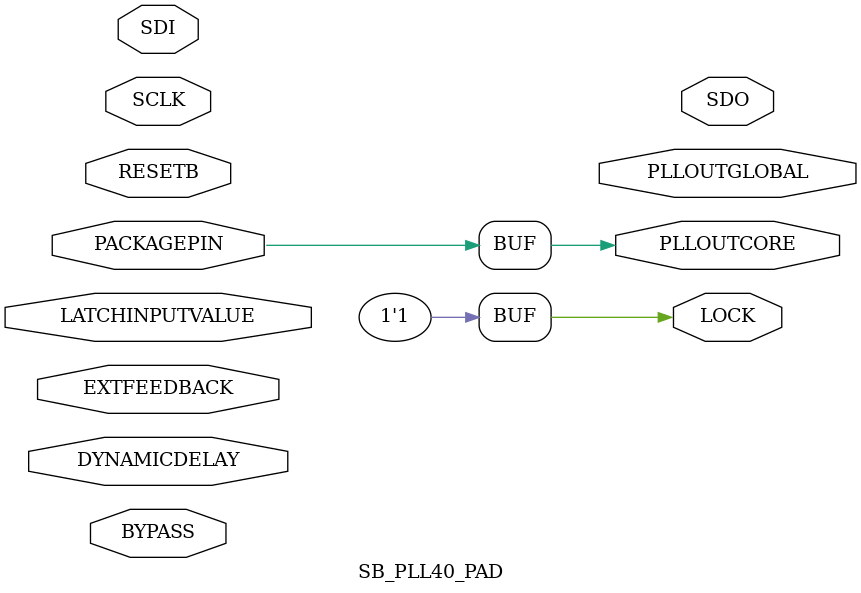
<source format=v>
module SB_PLL40_PAD (
	input   PACKAGEPIN,
	output  PLLOUTCORE,
	output  PLLOUTGLOBAL,
	input   EXTFEEDBACK,
	input   [7:0] DYNAMICDELAY,
	output  LOCK,
	input   BYPASS,
	input   RESETB,
	input   LATCHINPUTVALUE,
	output  SDO,
	input   SDI,
	input   SCLK
);
	parameter FEEDBACK_PATH = "SIMPLE";
	parameter DELAY_ADJUSTMENT_MODE_FEEDBACK = "FIXED";
	parameter DELAY_ADJUSTMENT_MODE_RELATIVE = "FIXED";
	parameter SHIFTREG_DIV_MODE = 1'b0;
	parameter FDA_FEEDBACK = 4'b0000;
	parameter FDA_RELATIVE = 4'b0000;
	parameter PLLOUT_SELECT = "GENCLK";
	parameter DIVR = 4'b0000;
	parameter DIVF = 7'b0000000;
	parameter DIVQ = 3'b000;
	parameter FILTER_RANGE = 3'b000;
	parameter ENABLE_ICEGATE = 1'b0;
	parameter TEST_MODE = 1'b0;
	parameter EXTERNAL_DIVIDE_FACTOR = 1;


	assign LOCK = 1'b1;
	assign PLLOUTCORE = PACKAGEPIN;

endmodule

</source>
